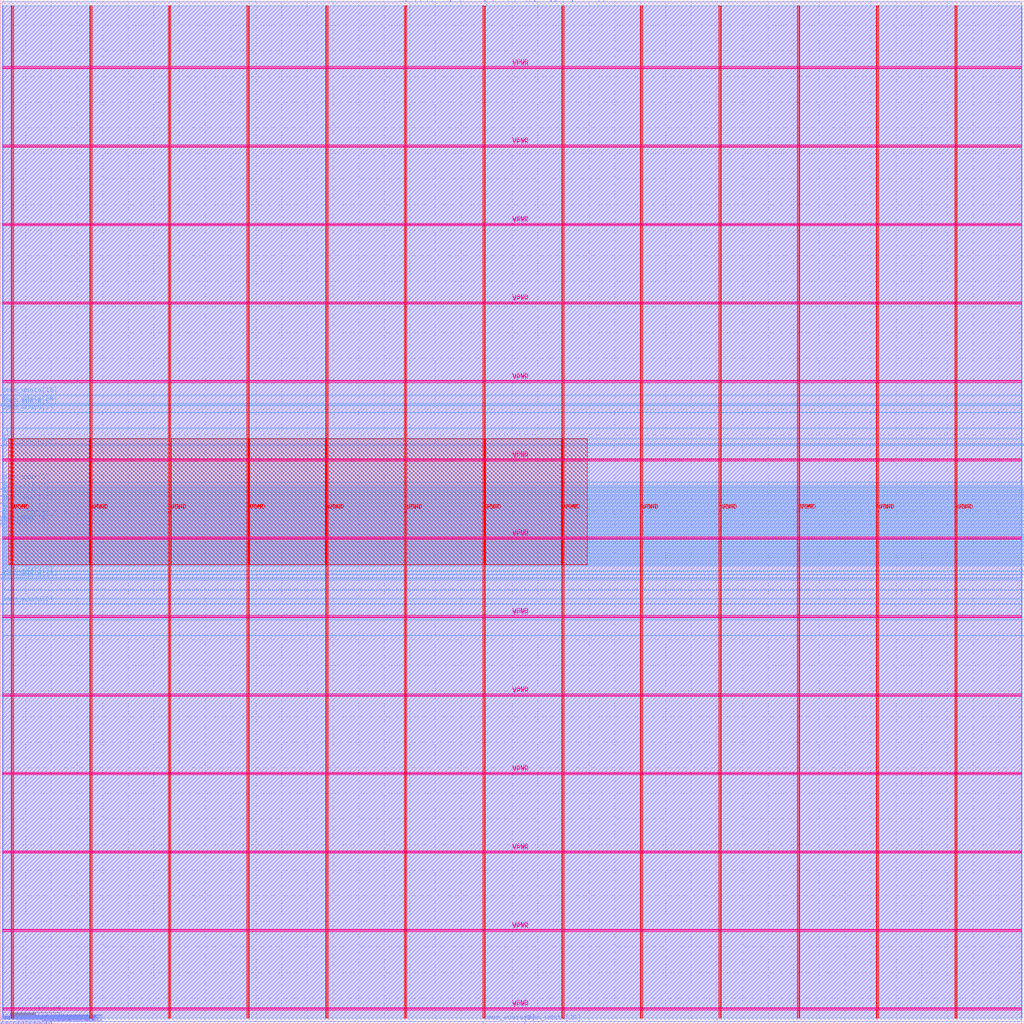
<source format=lef>
VERSION 5.7 ;
  NOWIREEXTENSIONATPIN ON ;
  DIVIDERCHAR "/" ;
  BUSBITCHARS "[]" ;
MACRO top
  CLASS BLOCK ;
  FOREIGN top ;
  ORIGIN 0.000 0.000 ;
  SIZE 2000.000 BY 2000.000 ;
  PIN VGND
    DIRECTION INOUT ;
    USE GROUND ;
    PORT
      LAYER met4 ;
        RECT 24.340 10.640 25.940 1988.560 ;
    END
    PORT
      LAYER met4 ;
        RECT 177.940 10.640 179.540 1988.560 ;
    END
    PORT
      LAYER met4 ;
        RECT 331.540 10.640 333.140 1988.560 ;
    END
    PORT
      LAYER met4 ;
        RECT 485.140 10.640 486.740 1988.560 ;
    END
    PORT
      LAYER met4 ;
        RECT 638.740 10.640 640.340 1988.560 ;
    END
    PORT
      LAYER met4 ;
        RECT 792.340 10.640 793.940 1988.560 ;
    END
    PORT
      LAYER met4 ;
        RECT 945.940 10.640 947.540 1988.560 ;
    END
    PORT
      LAYER met4 ;
        RECT 1099.540 10.640 1101.140 1988.560 ;
    END
    PORT
      LAYER met4 ;
        RECT 1253.140 10.640 1254.740 1988.560 ;
    END
    PORT
      LAYER met4 ;
        RECT 1406.740 10.640 1408.340 1988.560 ;
    END
    PORT
      LAYER met4 ;
        RECT 1560.340 10.640 1561.940 1988.560 ;
    END
    PORT
      LAYER met4 ;
        RECT 1713.940 10.640 1715.540 1988.560 ;
    END
    PORT
      LAYER met4 ;
        RECT 1867.540 10.640 1869.140 1988.560 ;
    END
    PORT
      LAYER met5 ;
        RECT 5.280 30.030 1994.340 31.630 ;
    END
    PORT
      LAYER met5 ;
        RECT 5.280 183.210 1994.340 184.810 ;
    END
    PORT
      LAYER met5 ;
        RECT 5.280 336.390 1994.340 337.990 ;
    END
    PORT
      LAYER met5 ;
        RECT 5.280 489.570 1994.340 491.170 ;
    END
    PORT
      LAYER met5 ;
        RECT 5.280 642.750 1994.340 644.350 ;
    END
    PORT
      LAYER met5 ;
        RECT 5.280 795.930 1994.340 797.530 ;
    END
    PORT
      LAYER met5 ;
        RECT 5.280 949.110 1994.340 950.710 ;
    END
    PORT
      LAYER met5 ;
        RECT 5.280 1102.290 1994.340 1103.890 ;
    END
    PORT
      LAYER met5 ;
        RECT 5.280 1255.470 1994.340 1257.070 ;
    END
    PORT
      LAYER met5 ;
        RECT 5.280 1408.650 1994.340 1410.250 ;
    END
    PORT
      LAYER met5 ;
        RECT 5.280 1561.830 1994.340 1563.430 ;
    END
    PORT
      LAYER met5 ;
        RECT 5.280 1715.010 1994.340 1716.610 ;
    END
    PORT
      LAYER met5 ;
        RECT 5.280 1868.190 1994.340 1869.790 ;
    END
  END VGND
  PIN VPWR
    DIRECTION INOUT ;
    USE POWER ;
    PORT
      LAYER met4 ;
        RECT 21.040 10.640 22.640 1988.560 ;
    END
    PORT
      LAYER met4 ;
        RECT 174.640 10.640 176.240 1988.560 ;
    END
    PORT
      LAYER met4 ;
        RECT 328.240 10.640 329.840 1988.560 ;
    END
    PORT
      LAYER met4 ;
        RECT 481.840 10.640 483.440 1988.560 ;
    END
    PORT
      LAYER met4 ;
        RECT 635.440 10.640 637.040 1988.560 ;
    END
    PORT
      LAYER met4 ;
        RECT 789.040 10.640 790.640 1988.560 ;
    END
    PORT
      LAYER met4 ;
        RECT 942.640 10.640 944.240 1988.560 ;
    END
    PORT
      LAYER met4 ;
        RECT 1096.240 10.640 1097.840 1988.560 ;
    END
    PORT
      LAYER met4 ;
        RECT 1249.840 10.640 1251.440 1988.560 ;
    END
    PORT
      LAYER met4 ;
        RECT 1403.440 10.640 1405.040 1988.560 ;
    END
    PORT
      LAYER met4 ;
        RECT 1557.040 10.640 1558.640 1988.560 ;
    END
    PORT
      LAYER met4 ;
        RECT 1710.640 10.640 1712.240 1988.560 ;
    END
    PORT
      LAYER met4 ;
        RECT 1864.240 10.640 1865.840 1988.560 ;
    END
    PORT
      LAYER met5 ;
        RECT 5.280 26.730 1994.340 28.330 ;
    END
    PORT
      LAYER met5 ;
        RECT 5.280 179.910 1994.340 181.510 ;
    END
    PORT
      LAYER met5 ;
        RECT 5.280 333.090 1994.340 334.690 ;
    END
    PORT
      LAYER met5 ;
        RECT 5.280 486.270 1994.340 487.870 ;
    END
    PORT
      LAYER met5 ;
        RECT 5.280 639.450 1994.340 641.050 ;
    END
    PORT
      LAYER met5 ;
        RECT 5.280 792.630 1994.340 794.230 ;
    END
    PORT
      LAYER met5 ;
        RECT 5.280 945.810 1994.340 947.410 ;
    END
    PORT
      LAYER met5 ;
        RECT 5.280 1098.990 1994.340 1100.590 ;
    END
    PORT
      LAYER met5 ;
        RECT 5.280 1252.170 1994.340 1253.770 ;
    END
    PORT
      LAYER met5 ;
        RECT 5.280 1405.350 1994.340 1406.950 ;
    END
    PORT
      LAYER met5 ;
        RECT 5.280 1558.530 1994.340 1560.130 ;
    END
    PORT
      LAYER met5 ;
        RECT 5.280 1711.710 1994.340 1713.310 ;
    END
    PORT
      LAYER met5 ;
        RECT 5.280 1864.890 1994.340 1866.490 ;
    END
  END VPWR
  PIN clk
    DIRECTION INPUT ;
    USE SIGNAL ;
    ANTENNAGATEAREA 0.852000 ;
    PORT
      LAYER met3 ;
        RECT 0.000 1142.440 4.000 1143.040 ;
    END
  END clk
  PIN dmem_addr[0]
    DIRECTION OUTPUT TRISTATE ;
    USE SIGNAL ;
    ANTENNADIFFAREA 0.795200 ;
    PORT
      LAYER met3 ;
        RECT 0.000 979.240 4.000 979.840 ;
    END
  END dmem_addr[0]
  PIN dmem_addr[10]
    DIRECTION OUTPUT TRISTATE ;
    USE SIGNAL ;
    ANTENNADIFFAREA 0.795200 ;
    PORT
      LAYER met2 ;
        RECT 962.870 1996.000 963.150 2000.000 ;
    END
  END dmem_addr[10]
  PIN dmem_addr[11]
    DIRECTION OUTPUT TRISTATE ;
    USE SIGNAL ;
    ANTENNADIFFAREA 0.795200 ;
    PORT
      LAYER met2 ;
        RECT 991.850 1996.000 992.130 2000.000 ;
    END
  END dmem_addr[11]
  PIN dmem_addr[12]
    DIRECTION OUTPUT TRISTATE ;
    USE SIGNAL ;
    ANTENNADIFFAREA 0.795200 ;
    PORT
      LAYER met2 ;
        RECT 1027.270 1996.000 1027.550 2000.000 ;
    END
  END dmem_addr[12]
  PIN dmem_addr[13]
    DIRECTION OUTPUT TRISTATE ;
    USE SIGNAL ;
    ANTENNADIFFAREA 0.795200 ;
    PORT
      LAYER met2 ;
        RECT 1004.730 1996.000 1005.010 2000.000 ;
    END
  END dmem_addr[13]
  PIN dmem_addr[14]
    DIRECTION OUTPUT TRISTATE ;
    USE SIGNAL ;
    ANTENNADIFFAREA 0.795200 ;
    PORT
      LAYER met2 ;
        RECT 1043.370 1996.000 1043.650 2000.000 ;
    END
  END dmem_addr[14]
  PIN dmem_addr[15]
    DIRECTION OUTPUT TRISTATE ;
    USE SIGNAL ;
    ANTENNADIFFAREA 0.795200 ;
    PORT
      LAYER met2 ;
        RECT 1075.570 1996.000 1075.850 2000.000 ;
    END
  END dmem_addr[15]
  PIN dmem_addr[16]
    DIRECTION OUTPUT TRISTATE ;
    USE SIGNAL ;
    ANTENNADIFFAREA 0.795200 ;
    PORT
      LAYER met2 ;
        RECT 1082.010 1996.000 1082.290 2000.000 ;
    END
  END dmem_addr[16]
  PIN dmem_addr[17]
    DIRECTION OUTPUT TRISTATE ;
    USE SIGNAL ;
    ANTENNADIFFAREA 0.795200 ;
    PORT
      LAYER met2 ;
        RECT 1085.230 1996.000 1085.510 2000.000 ;
    END
  END dmem_addr[17]
  PIN dmem_addr[18]
    DIRECTION OUTPUT TRISTATE ;
    USE SIGNAL ;
    ANTENNADIFFAREA 0.445500 ;
    PORT
      LAYER met3 ;
        RECT 1996.000 1057.440 2000.000 1058.040 ;
    END
  END dmem_addr[18]
  PIN dmem_addr[19]
    DIRECTION OUTPUT TRISTATE ;
    USE SIGNAL ;
    ANTENNADIFFAREA 0.445500 ;
    PORT
      LAYER met3 ;
        RECT 1996.000 1050.640 2000.000 1051.240 ;
    END
  END dmem_addr[19]
  PIN dmem_addr[1]
    DIRECTION OUTPUT TRISTATE ;
    USE SIGNAL ;
    ANTENNADIFFAREA 0.795200 ;
    PORT
      LAYER met3 ;
        RECT 0.000 975.840 4.000 976.440 ;
    END
  END dmem_addr[1]
  PIN dmem_addr[20]
    DIRECTION OUTPUT TRISTATE ;
    USE SIGNAL ;
    ANTENNADIFFAREA 0.795200 ;
    PORT
      LAYER met3 ;
        RECT 1996.000 1047.240 2000.000 1047.840 ;
    END
  END dmem_addr[20]
  PIN dmem_addr[21]
    DIRECTION OUTPUT TRISTATE ;
    USE SIGNAL ;
    ANTENNADIFFAREA 0.445500 ;
    PORT
      LAYER met3 ;
        RECT 1996.000 1043.840 2000.000 1044.440 ;
    END
  END dmem_addr[21]
  PIN dmem_addr[22]
    DIRECTION OUTPUT TRISTATE ;
    USE SIGNAL ;
    ANTENNADIFFAREA 0.795200 ;
    PORT
      LAYER met3 ;
        RECT 1996.000 1026.840 2000.000 1027.440 ;
    END
  END dmem_addr[22]
  PIN dmem_addr[23]
    DIRECTION OUTPUT TRISTATE ;
    USE SIGNAL ;
    ANTENNADIFFAREA 0.795200 ;
    PORT
      LAYER met3 ;
        RECT 1996.000 999.640 2000.000 1000.240 ;
    END
  END dmem_addr[23]
  PIN dmem_addr[24]
    DIRECTION OUTPUT TRISTATE ;
    USE SIGNAL ;
    ANTENNADIFFAREA 0.445500 ;
    PORT
      LAYER met3 ;
        RECT 1996.000 969.040 2000.000 969.640 ;
    END
  END dmem_addr[24]
  PIN dmem_addr[25]
    DIRECTION OUTPUT TRISTATE ;
    USE SIGNAL ;
    ANTENNADIFFAREA 0.445500 ;
    PORT
      LAYER met3 ;
        RECT 1996.000 894.240 2000.000 894.840 ;
    END
  END dmem_addr[25]
  PIN dmem_addr[26]
    DIRECTION OUTPUT TRISTATE ;
    USE SIGNAL ;
    ANTENNADIFFAREA 0.445500 ;
    PORT
      LAYER met3 ;
        RECT 1996.000 911.240 2000.000 911.840 ;
    END
  END dmem_addr[26]
  PIN dmem_addr[27]
    DIRECTION OUTPUT TRISTATE ;
    USE SIGNAL ;
    ANTENNADIFFAREA 0.445500 ;
    PORT
      LAYER met3 ;
        RECT 1996.000 918.040 2000.000 918.640 ;
    END
  END dmem_addr[27]
  PIN dmem_addr[28]
    DIRECTION OUTPUT TRISTATE ;
    USE SIGNAL ;
    ANTENNADIFFAREA 0.445500 ;
    PORT
      LAYER met3 ;
        RECT 1996.000 904.440 2000.000 905.040 ;
    END
  END dmem_addr[28]
  PIN dmem_addr[29]
    DIRECTION OUTPUT TRISTATE ;
    USE SIGNAL ;
    ANTENNADIFFAREA 0.795200 ;
    PORT
      LAYER met3 ;
        RECT 1996.000 924.840 2000.000 925.440 ;
    END
  END dmem_addr[29]
  PIN dmem_addr[2]
    DIRECTION OUTPUT TRISTATE ;
    USE SIGNAL ;
    ANTENNADIFFAREA 0.795200 ;
    PORT
      LAYER met3 ;
        RECT 0.000 972.440 4.000 973.040 ;
    END
  END dmem_addr[2]
  PIN dmem_addr[30]
    DIRECTION OUTPUT TRISTATE ;
    USE SIGNAL ;
    ANTENNADIFFAREA 0.795200 ;
    PORT
      LAYER met3 ;
        RECT 1996.000 938.440 2000.000 939.040 ;
    END
  END dmem_addr[30]
  PIN dmem_addr[31]
    DIRECTION OUTPUT TRISTATE ;
    USE SIGNAL ;
    ANTENNADIFFAREA 0.795200 ;
    PORT
      LAYER met3 ;
        RECT 1996.000 952.040 2000.000 952.640 ;
    END
  END dmem_addr[31]
  PIN dmem_addr[3]
    DIRECTION OUTPUT TRISTATE ;
    USE SIGNAL ;
    ANTENNADIFFAREA 0.795200 ;
    PORT
      LAYER met3 ;
        RECT 0.000 982.640 4.000 983.240 ;
    END
  END dmem_addr[3]
  PIN dmem_addr[4]
    DIRECTION OUTPUT TRISTATE ;
    USE SIGNAL ;
    ANTENNADIFFAREA 0.795200 ;
    PORT
      LAYER met3 ;
        RECT 0.000 989.440 4.000 990.040 ;
    END
  END dmem_addr[4]
  PIN dmem_addr[5]
    DIRECTION OUTPUT TRISTATE ;
    USE SIGNAL ;
    ANTENNADIFFAREA 0.795200 ;
    PORT
      LAYER met3 ;
        RECT 0.000 999.640 4.000 1000.240 ;
    END
  END dmem_addr[5]
  PIN dmem_addr[6]
    DIRECTION OUTPUT TRISTATE ;
    USE SIGNAL ;
    ANTENNADIFFAREA 0.795200 ;
    PORT
      LAYER met3 ;
        RECT 0.000 1016.640 4.000 1017.240 ;
    END
  END dmem_addr[6]
  PIN dmem_addr[7]
    DIRECTION OUTPUT TRISTATE ;
    USE SIGNAL ;
    ANTENNADIFFAREA 0.795200 ;
    PORT
      LAYER met3 ;
        RECT 0.000 1030.240 4.000 1030.840 ;
    END
  END dmem_addr[7]
  PIN dmem_addr[8]
    DIRECTION OUTPUT TRISTATE ;
    USE SIGNAL ;
    ANTENNADIFFAREA 0.795200 ;
    PORT
      LAYER met3 ;
        RECT 0.000 1043.840 4.000 1044.440 ;
    END
  END dmem_addr[8]
  PIN dmem_addr[9]
    DIRECTION OUTPUT TRISTATE ;
    USE SIGNAL ;
    ANTENNADIFFAREA 0.795200 ;
    PORT
      LAYER met3 ;
        RECT 0.000 1057.440 4.000 1058.040 ;
    END
  END dmem_addr[9]
  PIN dmem_rdata[0]
    DIRECTION INPUT ;
    USE SIGNAL ;
    PORT
      LAYER met2 ;
        RECT 0.090 0.000 0.370 4.000 ;
    END
  END dmem_rdata[0]
  PIN dmem_rdata[10]
    DIRECTION INPUT ;
    USE SIGNAL ;
    PORT
      LAYER met2 ;
        RECT 3.310 0.000 3.590 4.000 ;
    END
  END dmem_rdata[10]
  PIN dmem_rdata[11]
    DIRECTION INPUT ;
    USE SIGNAL ;
    PORT
      LAYER met2 ;
        RECT 6.530 0.000 6.810 4.000 ;
    END
  END dmem_rdata[11]
  PIN dmem_rdata[12]
    DIRECTION INPUT ;
    USE SIGNAL ;
    PORT
      LAYER met2 ;
        RECT 9.750 0.000 10.030 4.000 ;
    END
  END dmem_rdata[12]
  PIN dmem_rdata[13]
    DIRECTION INPUT ;
    USE SIGNAL ;
    PORT
      LAYER met2 ;
        RECT 12.970 0.000 13.250 4.000 ;
    END
  END dmem_rdata[13]
  PIN dmem_rdata[14]
    DIRECTION INPUT ;
    USE SIGNAL ;
    PORT
      LAYER met2 ;
        RECT 16.190 0.000 16.470 4.000 ;
    END
  END dmem_rdata[14]
  PIN dmem_rdata[15]
    DIRECTION INPUT ;
    USE SIGNAL ;
    PORT
      LAYER met2 ;
        RECT 19.410 0.000 19.690 4.000 ;
    END
  END dmem_rdata[15]
  PIN dmem_rdata[16]
    DIRECTION INPUT ;
    USE SIGNAL ;
    PORT
      LAYER met2 ;
        RECT 22.630 0.000 22.910 4.000 ;
    END
  END dmem_rdata[16]
  PIN dmem_rdata[17]
    DIRECTION INPUT ;
    USE SIGNAL ;
    PORT
      LAYER met2 ;
        RECT 25.850 0.000 26.130 4.000 ;
    END
  END dmem_rdata[17]
  PIN dmem_rdata[18]
    DIRECTION INPUT ;
    USE SIGNAL ;
    PORT
      LAYER met2 ;
        RECT 29.070 0.000 29.350 4.000 ;
    END
  END dmem_rdata[18]
  PIN dmem_rdata[19]
    DIRECTION INPUT ;
    USE SIGNAL ;
    PORT
      LAYER met2 ;
        RECT 32.290 0.000 32.570 4.000 ;
    END
  END dmem_rdata[19]
  PIN dmem_rdata[1]
    DIRECTION INPUT ;
    USE SIGNAL ;
    PORT
      LAYER met2 ;
        RECT 35.510 0.000 35.790 4.000 ;
    END
  END dmem_rdata[1]
  PIN dmem_rdata[20]
    DIRECTION INPUT ;
    USE SIGNAL ;
    PORT
      LAYER met2 ;
        RECT 38.730 0.000 39.010 4.000 ;
    END
  END dmem_rdata[20]
  PIN dmem_rdata[21]
    DIRECTION INPUT ;
    USE SIGNAL ;
    PORT
      LAYER met2 ;
        RECT 41.950 0.000 42.230 4.000 ;
    END
  END dmem_rdata[21]
  PIN dmem_rdata[22]
    DIRECTION INPUT ;
    USE SIGNAL ;
    PORT
      LAYER met2 ;
        RECT 45.170 0.000 45.450 4.000 ;
    END
  END dmem_rdata[22]
  PIN dmem_rdata[23]
    DIRECTION INPUT ;
    USE SIGNAL ;
    PORT
      LAYER met2 ;
        RECT 48.390 0.000 48.670 4.000 ;
    END
  END dmem_rdata[23]
  PIN dmem_rdata[24]
    DIRECTION INPUT ;
    USE SIGNAL ;
    PORT
      LAYER met2 ;
        RECT 51.610 0.000 51.890 4.000 ;
    END
  END dmem_rdata[24]
  PIN dmem_rdata[25]
    DIRECTION INPUT ;
    USE SIGNAL ;
    PORT
      LAYER met2 ;
        RECT 54.830 0.000 55.110 4.000 ;
    END
  END dmem_rdata[25]
  PIN dmem_rdata[26]
    DIRECTION INPUT ;
    USE SIGNAL ;
    PORT
      LAYER met2 ;
        RECT 58.050 0.000 58.330 4.000 ;
    END
  END dmem_rdata[26]
  PIN dmem_rdata[27]
    DIRECTION INPUT ;
    USE SIGNAL ;
    PORT
      LAYER met2 ;
        RECT 61.270 0.000 61.550 4.000 ;
    END
  END dmem_rdata[27]
  PIN dmem_rdata[28]
    DIRECTION INPUT ;
    USE SIGNAL ;
    PORT
      LAYER met2 ;
        RECT 64.490 0.000 64.770 4.000 ;
    END
  END dmem_rdata[28]
  PIN dmem_rdata[29]
    DIRECTION INPUT ;
    USE SIGNAL ;
    PORT
      LAYER met2 ;
        RECT 67.710 0.000 67.990 4.000 ;
    END
  END dmem_rdata[29]
  PIN dmem_rdata[2]
    DIRECTION INPUT ;
    USE SIGNAL ;
    PORT
      LAYER met2 ;
        RECT 70.930 0.000 71.210 4.000 ;
    END
  END dmem_rdata[2]
  PIN dmem_rdata[30]
    DIRECTION INPUT ;
    USE SIGNAL ;
    PORT
      LAYER met2 ;
        RECT 74.150 0.000 74.430 4.000 ;
    END
  END dmem_rdata[30]
  PIN dmem_rdata[31]
    DIRECTION INPUT ;
    USE SIGNAL ;
    PORT
      LAYER met2 ;
        RECT 77.370 0.000 77.650 4.000 ;
    END
  END dmem_rdata[31]
  PIN dmem_rdata[3]
    DIRECTION INPUT ;
    USE SIGNAL ;
    PORT
      LAYER met2 ;
        RECT 80.590 0.000 80.870 4.000 ;
    END
  END dmem_rdata[3]
  PIN dmem_rdata[4]
    DIRECTION INPUT ;
    USE SIGNAL ;
    PORT
      LAYER met2 ;
        RECT 83.810 0.000 84.090 4.000 ;
    END
  END dmem_rdata[4]
  PIN dmem_rdata[5]
    DIRECTION INPUT ;
    USE SIGNAL ;
    PORT
      LAYER met2 ;
        RECT 87.030 0.000 87.310 4.000 ;
    END
  END dmem_rdata[5]
  PIN dmem_rdata[6]
    DIRECTION INPUT ;
    USE SIGNAL ;
    PORT
      LAYER met2 ;
        RECT 90.250 0.000 90.530 4.000 ;
    END
  END dmem_rdata[6]
  PIN dmem_rdata[7]
    DIRECTION INPUT ;
    USE SIGNAL ;
    PORT
      LAYER met2 ;
        RECT 93.470 0.000 93.750 4.000 ;
    END
  END dmem_rdata[7]
  PIN dmem_rdata[8]
    DIRECTION INPUT ;
    USE SIGNAL ;
    PORT
      LAYER met2 ;
        RECT 96.690 0.000 96.970 4.000 ;
    END
  END dmem_rdata[8]
  PIN dmem_rdata[9]
    DIRECTION INPUT ;
    USE SIGNAL ;
    PORT
      LAYER met2 ;
        RECT 99.910 0.000 100.190 4.000 ;
    END
  END dmem_rdata[9]
  PIN dmem_re
    DIRECTION OUTPUT TRISTATE ;
    USE SIGNAL ;
    PORT
      LAYER met3 ;
        RECT 1996.000 897.640 2000.000 898.240 ;
    END
  END dmem_re
  PIN dmem_wdata[0]
    DIRECTION OUTPUT TRISTATE ;
    USE SIGNAL ;
    PORT
      LAYER met2 ;
        RECT 943.550 0.000 943.830 4.000 ;
    END
  END dmem_wdata[0]
  PIN dmem_wdata[10]
    DIRECTION OUTPUT TRISTATE ;
    USE SIGNAL ;
    PORT
      LAYER met3 ;
        RECT 1996.000 758.240 2000.000 758.840 ;
    END
  END dmem_wdata[10]
  PIN dmem_wdata[11]
    DIRECTION OUTPUT TRISTATE ;
    USE SIGNAL ;
    PORT
      LAYER met2 ;
        RECT 1178.610 1996.000 1178.890 2000.000 ;
    END
  END dmem_wdata[11]
  PIN dmem_wdata[12]
    DIRECTION OUTPUT TRISTATE ;
    USE SIGNAL ;
    PORT
      LAYER met3 ;
        RECT 1996.000 1162.840 2000.000 1163.440 ;
    END
  END dmem_wdata[12]
  PIN dmem_wdata[13]
    DIRECTION OUTPUT TRISTATE ;
    USE SIGNAL ;
    PORT
      LAYER met2 ;
        RECT 946.770 1996.000 947.050 2000.000 ;
    END
  END dmem_wdata[13]
  PIN dmem_wdata[14]
    DIRECTION OUTPUT TRISTATE ;
    USE SIGNAL ;
    PORT
      LAYER met3 ;
        RECT 0.000 870.440 4.000 871.040 ;
    END
  END dmem_wdata[14]
  PIN dmem_wdata[15]
    DIRECTION OUTPUT TRISTATE ;
    USE SIGNAL ;
    PORT
      LAYER met3 ;
        RECT 0.000 1227.440 4.000 1228.040 ;
    END
  END dmem_wdata[15]
  PIN dmem_wdata[16]
    DIRECTION OUTPUT TRISTATE ;
    USE SIGNAL ;
    PORT
      LAYER met3 ;
        RECT 1996.000 1030.240 2000.000 1030.840 ;
    END
  END dmem_wdata[16]
  PIN dmem_wdata[17]
    DIRECTION OUTPUT TRISTATE ;
    USE SIGNAL ;
    PORT
      LAYER met2 ;
        RECT 898.470 1996.000 898.750 2000.000 ;
    END
  END dmem_wdata[17]
  PIN dmem_wdata[18]
    DIRECTION OUTPUT TRISTATE ;
    USE SIGNAL ;
    PORT
      LAYER met3 ;
        RECT 0.000 986.040 4.000 986.640 ;
    END
  END dmem_wdata[18]
  PIN dmem_wdata[19]
    DIRECTION OUTPUT TRISTATE ;
    USE SIGNAL ;
    PORT
      LAYER met3 ;
        RECT 1996.000 846.640 2000.000 847.240 ;
    END
  END dmem_wdata[19]
  PIN dmem_wdata[1]
    DIRECTION OUTPUT TRISTATE ;
    USE SIGNAL ;
    PORT
      LAYER met3 ;
        RECT 0.000 867.040 4.000 867.640 ;
    END
  END dmem_wdata[1]
  PIN dmem_wdata[20]
    DIRECTION OUTPUT TRISTATE ;
    USE SIGNAL ;
    PORT
      LAYER met2 ;
        RECT 1024.050 0.000 1024.330 4.000 ;
    END
  END dmem_wdata[20]
  PIN dmem_wdata[21]
    DIRECTION OUTPUT TRISTATE ;
    USE SIGNAL ;
    PORT
      LAYER met3 ;
        RECT 1996.000 829.640 2000.000 830.240 ;
    END
  END dmem_wdata[21]
  PIN dmem_wdata[22]
    DIRECTION OUTPUT TRISTATE ;
    USE SIGNAL ;
    PORT
      LAYER met3 ;
        RECT 1996.000 1132.240 2000.000 1132.840 ;
    END
  END dmem_wdata[22]
  PIN dmem_wdata[23]
    DIRECTION OUTPUT TRISTATE ;
    USE SIGNAL ;
    PORT
      LAYER met2 ;
        RECT 811.530 1996.000 811.810 2000.000 ;
    END
  END dmem_wdata[23]
  PIN dmem_wdata[24]
    DIRECTION OUTPUT TRISTATE ;
    USE SIGNAL ;
    PORT
      LAYER met3 ;
        RECT 1996.000 788.840 2000.000 789.440 ;
    END
  END dmem_wdata[24]
  PIN dmem_wdata[25]
    DIRECTION OUTPUT TRISTATE ;
    USE SIGNAL ;
    PORT
      LAYER met3 ;
        RECT 1996.000 877.240 2000.000 877.840 ;
    END
  END dmem_wdata[25]
  PIN dmem_wdata[26]
    DIRECTION OUTPUT TRISTATE ;
    USE SIGNAL ;
    PORT
      LAYER met3 ;
        RECT 1996.000 914.640 2000.000 915.240 ;
    END
  END dmem_wdata[26]
  PIN dmem_wdata[27]
    DIRECTION OUTPUT TRISTATE ;
    USE SIGNAL ;
    PORT
      LAYER met3 ;
        RECT 0.000 1207.040 4.000 1207.640 ;
    END
  END dmem_wdata[27]
  PIN dmem_wdata[28]
    DIRECTION OUTPUT TRISTATE ;
    USE SIGNAL ;
    PORT
      LAYER met2 ;
        RECT 792.210 1996.000 792.490 2000.000 ;
    END
  END dmem_wdata[28]
  PIN dmem_wdata[29]
    DIRECTION OUTPUT TRISTATE ;
    USE SIGNAL ;
    PORT
      LAYER met3 ;
        RECT 0.000 1210.440 4.000 1211.040 ;
    END
  END dmem_wdata[29]
  PIN dmem_wdata[2]
    DIRECTION OUTPUT TRISTATE ;
    USE SIGNAL ;
    PORT
      LAYER met3 ;
        RECT 0.000 819.440 4.000 820.040 ;
    END
  END dmem_wdata[2]
  PIN dmem_wdata[30]
    DIRECTION OUTPUT TRISTATE ;
    USE SIGNAL ;
    PORT
      LAYER met3 ;
        RECT 0.000 1128.840 4.000 1129.440 ;
    END
  END dmem_wdata[30]
  PIN dmem_wdata[31]
    DIRECTION OUTPUT TRISTATE ;
    USE SIGNAL ;
    PORT
      LAYER met2 ;
        RECT 1033.710 1996.000 1033.990 2000.000 ;
    END
  END dmem_wdata[31]
  PIN dmem_wdata[3]
    DIRECTION OUTPUT TRISTATE ;
    USE SIGNAL ;
    PORT
      LAYER met2 ;
        RECT 843.730 1996.000 844.010 2000.000 ;
    END
  END dmem_wdata[3]
  PIN dmem_wdata[4]
    DIRECTION OUTPUT TRISTATE ;
    USE SIGNAL ;
    PORT
      LAYER met2 ;
        RECT 821.190 1996.000 821.470 2000.000 ;
    END
  END dmem_wdata[4]
  PIN dmem_wdata[5]
    DIRECTION OUTPUT TRISTATE ;
    USE SIGNAL ;
    PORT
      LAYER met3 ;
        RECT 0.000 877.240 4.000 877.840 ;
    END
  END dmem_wdata[5]
  PIN dmem_wdata[6]
    DIRECTION OUTPUT TRISTATE ;
    USE SIGNAL ;
    PORT
      LAYER met3 ;
        RECT 1996.000 1128.840 2000.000 1129.440 ;
    END
  END dmem_wdata[6]
  PIN dmem_wdata[7]
    DIRECTION OUTPUT TRISTATE ;
    USE SIGNAL ;
    PORT
      LAYER met3 ;
        RECT 0.000 1193.440 4.000 1194.040 ;
    END
  END dmem_wdata[7]
  PIN dmem_wdata[8]
    DIRECTION OUTPUT TRISTATE ;
    USE SIGNAL ;
    PORT
      LAYER met2 ;
        RECT 1117.430 1996.000 1117.710 2000.000 ;
    END
  END dmem_wdata[8]
  PIN dmem_wdata[9]
    DIRECTION OUTPUT TRISTATE ;
    USE SIGNAL ;
    PORT
      LAYER met2 ;
        RECT 1168.950 1996.000 1169.230 2000.000 ;
    END
  END dmem_wdata[9]
  PIN dmem_we
    DIRECTION OUTPUT TRISTATE ;
    USE SIGNAL ;
    PORT
      LAYER met2 ;
        RECT 879.150 1996.000 879.430 2000.000 ;
    END
  END dmem_we
  PIN imem_addr[0]
    DIRECTION OUTPUT TRISTATE ;
    USE SIGNAL ;
    PORT
      LAYER met3 ;
        RECT 1996.000 884.040 2000.000 884.640 ;
    END
  END imem_addr[0]
  PIN imem_addr[10]
    DIRECTION OUTPUT TRISTATE ;
    USE SIGNAL ;
    ANTENNADIFFAREA 0.445500 ;
    PORT
      LAYER met3 ;
        RECT 1996.000 1023.440 2000.000 1024.040 ;
    END
  END imem_addr[10]
  PIN imem_addr[11]
    DIRECTION OUTPUT TRISTATE ;
    USE SIGNAL ;
    ANTENNADIFFAREA 0.795200 ;
    PORT
      LAYER met3 ;
        RECT 1996.000 1013.240 2000.000 1013.840 ;
    END
  END imem_addr[11]
  PIN imem_addr[12]
    DIRECTION OUTPUT TRISTATE ;
    USE SIGNAL ;
    ANTENNADIFFAREA 0.795200 ;
    PORT
      LAYER met3 ;
        RECT 1996.000 1040.440 2000.000 1041.040 ;
    END
  END imem_addr[12]
  PIN imem_addr[13]
    DIRECTION OUTPUT TRISTATE ;
    USE SIGNAL ;
    ANTENNADIFFAREA 0.445500 ;
    PORT
      LAYER met3 ;
        RECT 1996.000 1033.640 2000.000 1034.240 ;
    END
  END imem_addr[13]
  PIN imem_addr[14]
    DIRECTION OUTPUT TRISTATE ;
    USE SIGNAL ;
    ANTENNADIFFAREA 0.795200 ;
    PORT
      LAYER met3 ;
        RECT 1996.000 1020.040 2000.000 1020.640 ;
    END
  END imem_addr[14]
  PIN imem_addr[15]
    DIRECTION OUTPUT TRISTATE ;
    USE SIGNAL ;
    ANTENNADIFFAREA 0.445500 ;
    PORT
      LAYER met3 ;
        RECT 1996.000 1009.840 2000.000 1010.440 ;
    END
  END imem_addr[15]
  PIN imem_addr[16]
    DIRECTION OUTPUT TRISTATE ;
    USE SIGNAL ;
    ANTENNADIFFAREA 0.445500 ;
    PORT
      LAYER met3 ;
        RECT 1996.000 1016.640 2000.000 1017.240 ;
    END
  END imem_addr[16]
  PIN imem_addr[17]
    DIRECTION OUTPUT TRISTATE ;
    USE SIGNAL ;
    ANTENNADIFFAREA 0.445500 ;
    PORT
      LAYER met3 ;
        RECT 1996.000 1003.040 2000.000 1003.640 ;
    END
  END imem_addr[17]
  PIN imem_addr[18]
    DIRECTION OUTPUT TRISTATE ;
    USE SIGNAL ;
    ANTENNADIFFAREA 0.795200 ;
    PORT
      LAYER met3 ;
        RECT 1996.000 992.840 2000.000 993.440 ;
    END
  END imem_addr[18]
  PIN imem_addr[19]
    DIRECTION OUTPUT TRISTATE ;
    USE SIGNAL ;
    ANTENNADIFFAREA 0.445500 ;
    PORT
      LAYER met3 ;
        RECT 1996.000 996.240 2000.000 996.840 ;
    END
  END imem_addr[19]
  PIN imem_addr[1]
    DIRECTION OUTPUT TRISTATE ;
    USE SIGNAL ;
    PORT
      LAYER met2 ;
        RECT 834.070 1996.000 834.350 2000.000 ;
    END
  END imem_addr[1]
  PIN imem_addr[20]
    DIRECTION OUTPUT TRISTATE ;
    USE SIGNAL ;
    ANTENNADIFFAREA 0.445500 ;
    PORT
      LAYER met3 ;
        RECT 1996.000 1037.040 2000.000 1037.640 ;
    END
  END imem_addr[20]
  PIN imem_addr[21]
    DIRECTION OUTPUT TRISTATE ;
    USE SIGNAL ;
    ANTENNADIFFAREA 0.445500 ;
    PORT
      LAYER met3 ;
        RECT 1996.000 989.440 2000.000 990.040 ;
    END
  END imem_addr[21]
  PIN imem_addr[22]
    DIRECTION OUTPUT TRISTATE ;
    USE SIGNAL ;
    ANTENNADIFFAREA 0.445500 ;
    PORT
      LAYER met3 ;
        RECT 1996.000 982.640 2000.000 983.240 ;
    END
  END imem_addr[22]
  PIN imem_addr[23]
    DIRECTION OUTPUT TRISTATE ;
    USE SIGNAL ;
    ANTENNADIFFAREA 0.795200 ;
    PORT
      LAYER met3 ;
        RECT 1996.000 979.240 2000.000 979.840 ;
    END
  END imem_addr[23]
  PIN imem_addr[24]
    DIRECTION OUTPUT TRISTATE ;
    USE SIGNAL ;
    ANTENNADIFFAREA 0.795200 ;
    PORT
      LAYER met3 ;
        RECT 1996.000 972.440 2000.000 973.040 ;
    END
  END imem_addr[24]
  PIN imem_addr[25]
    DIRECTION OUTPUT TRISTATE ;
    USE SIGNAL ;
    ANTENNADIFFAREA 0.795200 ;
    PORT
      LAYER met3 ;
        RECT 1996.000 965.640 2000.000 966.240 ;
    END
  END imem_addr[25]
  PIN imem_addr[26]
    DIRECTION OUTPUT TRISTATE ;
    USE SIGNAL ;
    ANTENNADIFFAREA 0.445500 ;
    PORT
      LAYER met3 ;
        RECT 1996.000 935.040 2000.000 935.640 ;
    END
  END imem_addr[26]
  PIN imem_addr[27]
    DIRECTION OUTPUT TRISTATE ;
    USE SIGNAL ;
    ANTENNADIFFAREA 0.445500 ;
    PORT
      LAYER met3 ;
        RECT 1996.000 901.040 2000.000 901.640 ;
    END
  END imem_addr[27]
  PIN imem_addr[28]
    DIRECTION OUTPUT TRISTATE ;
    USE SIGNAL ;
    ANTENNADIFFAREA 0.445500 ;
    PORT
      LAYER met3 ;
        RECT 1996.000 931.640 2000.000 932.240 ;
    END
  END imem_addr[28]
  PIN imem_addr[29]
    DIRECTION OUTPUT TRISTATE ;
    USE SIGNAL ;
    ANTENNADIFFAREA 0.445500 ;
    PORT
      LAYER met3 ;
        RECT 1996.000 921.440 2000.000 922.040 ;
    END
  END imem_addr[29]
  PIN imem_addr[2]
    DIRECTION OUTPUT TRISTATE ;
    USE SIGNAL ;
    ANTENNADIFFAREA 0.795200 ;
    PORT
      LAYER met3 ;
        RECT 1996.000 986.040 2000.000 986.640 ;
    END
  END imem_addr[2]
  PIN imem_addr[30]
    DIRECTION OUTPUT TRISTATE ;
    USE SIGNAL ;
    ANTENNADIFFAREA 0.445500 ;
    PORT
      LAYER met3 ;
        RECT 1996.000 928.240 2000.000 928.840 ;
    END
  END imem_addr[30]
  PIN imem_addr[31]
    DIRECTION OUTPUT TRISTATE ;
    USE SIGNAL ;
    ANTENNADIFFAREA 0.445500 ;
    PORT
      LAYER met3 ;
        RECT 1996.000 907.840 2000.000 908.440 ;
    END
  END imem_addr[31]
  PIN imem_addr[3]
    DIRECTION OUTPUT TRISTATE ;
    USE SIGNAL ;
    ANTENNADIFFAREA 0.445500 ;
    PORT
      LAYER met3 ;
        RECT 1996.000 962.240 2000.000 962.840 ;
    END
  END imem_addr[3]
  PIN imem_addr[4]
    DIRECTION OUTPUT TRISTATE ;
    USE SIGNAL ;
    ANTENNADIFFAREA 0.445500 ;
    PORT
      LAYER met3 ;
        RECT 1996.000 958.840 2000.000 959.440 ;
    END
  END imem_addr[4]
  PIN imem_addr[5]
    DIRECTION OUTPUT TRISTATE ;
    USE SIGNAL ;
    ANTENNADIFFAREA 0.445500 ;
    PORT
      LAYER met3 ;
        RECT 1996.000 975.840 2000.000 976.440 ;
    END
  END imem_addr[5]
  PIN imem_addr[6]
    DIRECTION OUTPUT TRISTATE ;
    USE SIGNAL ;
    ANTENNADIFFAREA 0.445500 ;
    PORT
      LAYER met3 ;
        RECT 1996.000 955.440 2000.000 956.040 ;
    END
  END imem_addr[6]
  PIN imem_addr[7]
    DIRECTION OUTPUT TRISTATE ;
    USE SIGNAL ;
    ANTENNADIFFAREA 0.795200 ;
    PORT
      LAYER met3 ;
        RECT 1996.000 945.240 2000.000 945.840 ;
    END
  END imem_addr[7]
  PIN imem_addr[8]
    DIRECTION OUTPUT TRISTATE ;
    USE SIGNAL ;
    ANTENNADIFFAREA 0.445500 ;
    PORT
      LAYER met3 ;
        RECT 1996.000 948.640 2000.000 949.240 ;
    END
  END imem_addr[8]
  PIN imem_addr[9]
    DIRECTION OUTPUT TRISTATE ;
    USE SIGNAL ;
    ANTENNADIFFAREA 0.445500 ;
    PORT
      LAYER met3 ;
        RECT 1996.000 941.840 2000.000 942.440 ;
    END
  END imem_addr[9]
  PIN rst
    DIRECTION INPUT ;
    USE SIGNAL ;
    ANTENNAGATEAREA 0.495000 ;
    PORT
      LAYER met3 ;
        RECT 1996.000 1006.440 2000.000 1007.040 ;
    END
  END rst
  OBS
      LAYER li1 ;
        RECT 5.520 10.795 1994.100 1988.405 ;
      LAYER met1 ;
        RECT 4.670 10.640 1994.950 1988.560 ;
      LAYER met2 ;
        RECT 4.690 1995.720 791.930 1996.000 ;
        RECT 792.770 1995.720 811.250 1996.000 ;
        RECT 812.090 1995.720 820.910 1996.000 ;
        RECT 821.750 1995.720 833.790 1996.000 ;
        RECT 834.630 1995.720 843.450 1996.000 ;
        RECT 844.290 1995.720 878.870 1996.000 ;
        RECT 879.710 1995.720 898.190 1996.000 ;
        RECT 899.030 1995.720 946.490 1996.000 ;
        RECT 947.330 1995.720 962.590 1996.000 ;
        RECT 963.430 1995.720 991.570 1996.000 ;
        RECT 992.410 1995.720 1004.450 1996.000 ;
        RECT 1005.290 1995.720 1026.990 1996.000 ;
        RECT 1027.830 1995.720 1033.430 1996.000 ;
        RECT 1034.270 1995.720 1043.090 1996.000 ;
        RECT 1043.930 1995.720 1075.290 1996.000 ;
        RECT 1076.130 1995.720 1081.730 1996.000 ;
        RECT 1082.570 1995.720 1084.950 1996.000 ;
        RECT 1085.790 1995.720 1117.150 1996.000 ;
        RECT 1117.990 1995.720 1168.670 1996.000 ;
        RECT 1169.510 1995.720 1178.330 1996.000 ;
        RECT 1179.170 1995.720 1994.930 1996.000 ;
        RECT 4.690 4.280 1994.930 1995.720 ;
        RECT 4.690 4.000 6.250 4.280 ;
        RECT 7.090 4.000 9.470 4.280 ;
        RECT 10.310 4.000 12.690 4.280 ;
        RECT 13.530 4.000 15.910 4.280 ;
        RECT 16.750 4.000 19.130 4.280 ;
        RECT 19.970 4.000 22.350 4.280 ;
        RECT 23.190 4.000 25.570 4.280 ;
        RECT 26.410 4.000 28.790 4.280 ;
        RECT 29.630 4.000 32.010 4.280 ;
        RECT 32.850 4.000 35.230 4.280 ;
        RECT 36.070 4.000 38.450 4.280 ;
        RECT 39.290 4.000 41.670 4.280 ;
        RECT 42.510 4.000 44.890 4.280 ;
        RECT 45.730 4.000 48.110 4.280 ;
        RECT 48.950 4.000 51.330 4.280 ;
        RECT 52.170 4.000 54.550 4.280 ;
        RECT 55.390 4.000 57.770 4.280 ;
        RECT 58.610 4.000 60.990 4.280 ;
        RECT 61.830 4.000 64.210 4.280 ;
        RECT 65.050 4.000 67.430 4.280 ;
        RECT 68.270 4.000 70.650 4.280 ;
        RECT 71.490 4.000 73.870 4.280 ;
        RECT 74.710 4.000 77.090 4.280 ;
        RECT 77.930 4.000 80.310 4.280 ;
        RECT 81.150 4.000 83.530 4.280 ;
        RECT 84.370 4.000 86.750 4.280 ;
        RECT 87.590 4.000 89.970 4.280 ;
        RECT 90.810 4.000 93.190 4.280 ;
        RECT 94.030 4.000 96.410 4.280 ;
        RECT 97.250 4.000 99.630 4.280 ;
        RECT 100.470 4.000 943.270 4.280 ;
        RECT 944.110 4.000 1023.770 4.280 ;
        RECT 1024.610 4.000 1994.930 4.280 ;
      LAYER met3 ;
        RECT 4.000 1228.440 1996.000 1988.485 ;
        RECT 4.400 1227.040 1996.000 1228.440 ;
        RECT 4.000 1211.440 1996.000 1227.040 ;
        RECT 4.400 1210.040 1996.000 1211.440 ;
        RECT 4.000 1208.040 1996.000 1210.040 ;
        RECT 4.400 1206.640 1996.000 1208.040 ;
        RECT 4.000 1194.440 1996.000 1206.640 ;
        RECT 4.400 1193.040 1996.000 1194.440 ;
        RECT 4.000 1163.840 1996.000 1193.040 ;
        RECT 4.000 1162.440 1995.600 1163.840 ;
        RECT 4.000 1143.440 1996.000 1162.440 ;
        RECT 4.400 1142.040 1996.000 1143.440 ;
        RECT 4.000 1133.240 1996.000 1142.040 ;
        RECT 4.000 1131.840 1995.600 1133.240 ;
        RECT 4.000 1129.840 1996.000 1131.840 ;
        RECT 4.400 1128.440 1995.600 1129.840 ;
        RECT 4.000 1058.440 1996.000 1128.440 ;
        RECT 4.400 1057.040 1995.600 1058.440 ;
        RECT 4.000 1051.640 1996.000 1057.040 ;
        RECT 4.000 1050.240 1995.600 1051.640 ;
        RECT 4.000 1048.240 1996.000 1050.240 ;
        RECT 4.000 1046.840 1995.600 1048.240 ;
        RECT 4.000 1044.840 1996.000 1046.840 ;
        RECT 4.400 1043.440 1995.600 1044.840 ;
        RECT 4.000 1041.440 1996.000 1043.440 ;
        RECT 4.000 1040.040 1995.600 1041.440 ;
        RECT 4.000 1038.040 1996.000 1040.040 ;
        RECT 4.000 1036.640 1995.600 1038.040 ;
        RECT 4.000 1034.640 1996.000 1036.640 ;
        RECT 4.000 1033.240 1995.600 1034.640 ;
        RECT 4.000 1031.240 1996.000 1033.240 ;
        RECT 4.400 1029.840 1995.600 1031.240 ;
        RECT 4.000 1027.840 1996.000 1029.840 ;
        RECT 4.000 1026.440 1995.600 1027.840 ;
        RECT 4.000 1024.440 1996.000 1026.440 ;
        RECT 4.000 1023.040 1995.600 1024.440 ;
        RECT 4.000 1021.040 1996.000 1023.040 ;
        RECT 4.000 1019.640 1995.600 1021.040 ;
        RECT 4.000 1017.640 1996.000 1019.640 ;
        RECT 4.400 1016.240 1995.600 1017.640 ;
        RECT 4.000 1014.240 1996.000 1016.240 ;
        RECT 4.000 1012.840 1995.600 1014.240 ;
        RECT 4.000 1010.840 1996.000 1012.840 ;
        RECT 4.000 1009.440 1995.600 1010.840 ;
        RECT 4.000 1007.440 1996.000 1009.440 ;
        RECT 4.000 1006.040 1995.600 1007.440 ;
        RECT 4.000 1004.040 1996.000 1006.040 ;
        RECT 4.000 1002.640 1995.600 1004.040 ;
        RECT 4.000 1000.640 1996.000 1002.640 ;
        RECT 4.400 999.240 1995.600 1000.640 ;
        RECT 4.000 997.240 1996.000 999.240 ;
        RECT 4.000 995.840 1995.600 997.240 ;
        RECT 4.000 993.840 1996.000 995.840 ;
        RECT 4.000 992.440 1995.600 993.840 ;
        RECT 4.000 990.440 1996.000 992.440 ;
        RECT 4.400 989.040 1995.600 990.440 ;
        RECT 4.000 987.040 1996.000 989.040 ;
        RECT 4.400 985.640 1995.600 987.040 ;
        RECT 4.000 983.640 1996.000 985.640 ;
        RECT 4.400 982.240 1995.600 983.640 ;
        RECT 4.000 980.240 1996.000 982.240 ;
        RECT 4.400 978.840 1995.600 980.240 ;
        RECT 4.000 976.840 1996.000 978.840 ;
        RECT 4.400 975.440 1995.600 976.840 ;
        RECT 4.000 973.440 1996.000 975.440 ;
        RECT 4.400 972.040 1995.600 973.440 ;
        RECT 4.000 970.040 1996.000 972.040 ;
        RECT 4.000 968.640 1995.600 970.040 ;
        RECT 4.000 966.640 1996.000 968.640 ;
        RECT 4.000 965.240 1995.600 966.640 ;
        RECT 4.000 963.240 1996.000 965.240 ;
        RECT 4.000 961.840 1995.600 963.240 ;
        RECT 4.000 959.840 1996.000 961.840 ;
        RECT 4.000 958.440 1995.600 959.840 ;
        RECT 4.000 956.440 1996.000 958.440 ;
        RECT 4.000 955.040 1995.600 956.440 ;
        RECT 4.000 953.040 1996.000 955.040 ;
        RECT 4.000 951.640 1995.600 953.040 ;
        RECT 4.000 949.640 1996.000 951.640 ;
        RECT 4.000 948.240 1995.600 949.640 ;
        RECT 4.000 946.240 1996.000 948.240 ;
        RECT 4.000 944.840 1995.600 946.240 ;
        RECT 4.000 942.840 1996.000 944.840 ;
        RECT 4.000 941.440 1995.600 942.840 ;
        RECT 4.000 939.440 1996.000 941.440 ;
        RECT 4.000 938.040 1995.600 939.440 ;
        RECT 4.000 936.040 1996.000 938.040 ;
        RECT 4.000 934.640 1995.600 936.040 ;
        RECT 4.000 932.640 1996.000 934.640 ;
        RECT 4.000 931.240 1995.600 932.640 ;
        RECT 4.000 929.240 1996.000 931.240 ;
        RECT 4.000 927.840 1995.600 929.240 ;
        RECT 4.000 925.840 1996.000 927.840 ;
        RECT 4.000 924.440 1995.600 925.840 ;
        RECT 4.000 922.440 1996.000 924.440 ;
        RECT 4.000 921.040 1995.600 922.440 ;
        RECT 4.000 919.040 1996.000 921.040 ;
        RECT 4.000 917.640 1995.600 919.040 ;
        RECT 4.000 915.640 1996.000 917.640 ;
        RECT 4.000 914.240 1995.600 915.640 ;
        RECT 4.000 912.240 1996.000 914.240 ;
        RECT 4.000 910.840 1995.600 912.240 ;
        RECT 4.000 908.840 1996.000 910.840 ;
        RECT 4.000 907.440 1995.600 908.840 ;
        RECT 4.000 905.440 1996.000 907.440 ;
        RECT 4.000 904.040 1995.600 905.440 ;
        RECT 4.000 902.040 1996.000 904.040 ;
        RECT 4.000 900.640 1995.600 902.040 ;
        RECT 4.000 898.640 1996.000 900.640 ;
        RECT 4.000 897.240 1995.600 898.640 ;
        RECT 4.000 895.240 1996.000 897.240 ;
        RECT 4.000 893.840 1995.600 895.240 ;
        RECT 4.000 885.040 1996.000 893.840 ;
        RECT 4.000 883.640 1995.600 885.040 ;
        RECT 4.000 878.240 1996.000 883.640 ;
        RECT 4.400 876.840 1995.600 878.240 ;
        RECT 4.000 871.440 1996.000 876.840 ;
        RECT 4.400 870.040 1996.000 871.440 ;
        RECT 4.000 868.040 1996.000 870.040 ;
        RECT 4.400 866.640 1996.000 868.040 ;
        RECT 4.000 847.640 1996.000 866.640 ;
        RECT 4.000 846.240 1995.600 847.640 ;
        RECT 4.000 830.640 1996.000 846.240 ;
        RECT 4.000 829.240 1995.600 830.640 ;
        RECT 4.000 820.440 1996.000 829.240 ;
        RECT 4.400 819.040 1996.000 820.440 ;
        RECT 4.000 789.840 1996.000 819.040 ;
        RECT 4.000 788.440 1995.600 789.840 ;
        RECT 4.000 759.240 1996.000 788.440 ;
        RECT 4.000 757.840 1995.600 759.240 ;
        RECT 4.000 10.715 1996.000 757.840 ;
      LAYER met4 ;
        RECT 16.855 896.415 20.640 1142.905 ;
        RECT 23.040 896.415 23.940 1142.905 ;
        RECT 26.340 896.415 174.240 1142.905 ;
        RECT 176.640 896.415 177.540 1142.905 ;
        RECT 179.940 896.415 327.840 1142.905 ;
        RECT 330.240 896.415 331.140 1142.905 ;
        RECT 333.540 896.415 481.440 1142.905 ;
        RECT 483.840 896.415 484.740 1142.905 ;
        RECT 487.140 896.415 635.040 1142.905 ;
        RECT 637.440 896.415 638.340 1142.905 ;
        RECT 640.740 896.415 788.640 1142.905 ;
        RECT 791.040 896.415 791.940 1142.905 ;
        RECT 794.340 896.415 942.240 1142.905 ;
        RECT 944.640 896.415 945.540 1142.905 ;
        RECT 947.940 896.415 1095.840 1142.905 ;
        RECT 1098.240 896.415 1099.140 1142.905 ;
        RECT 1101.540 896.415 1146.025 1142.905 ;
  END
END top
END LIBRARY


</source>
